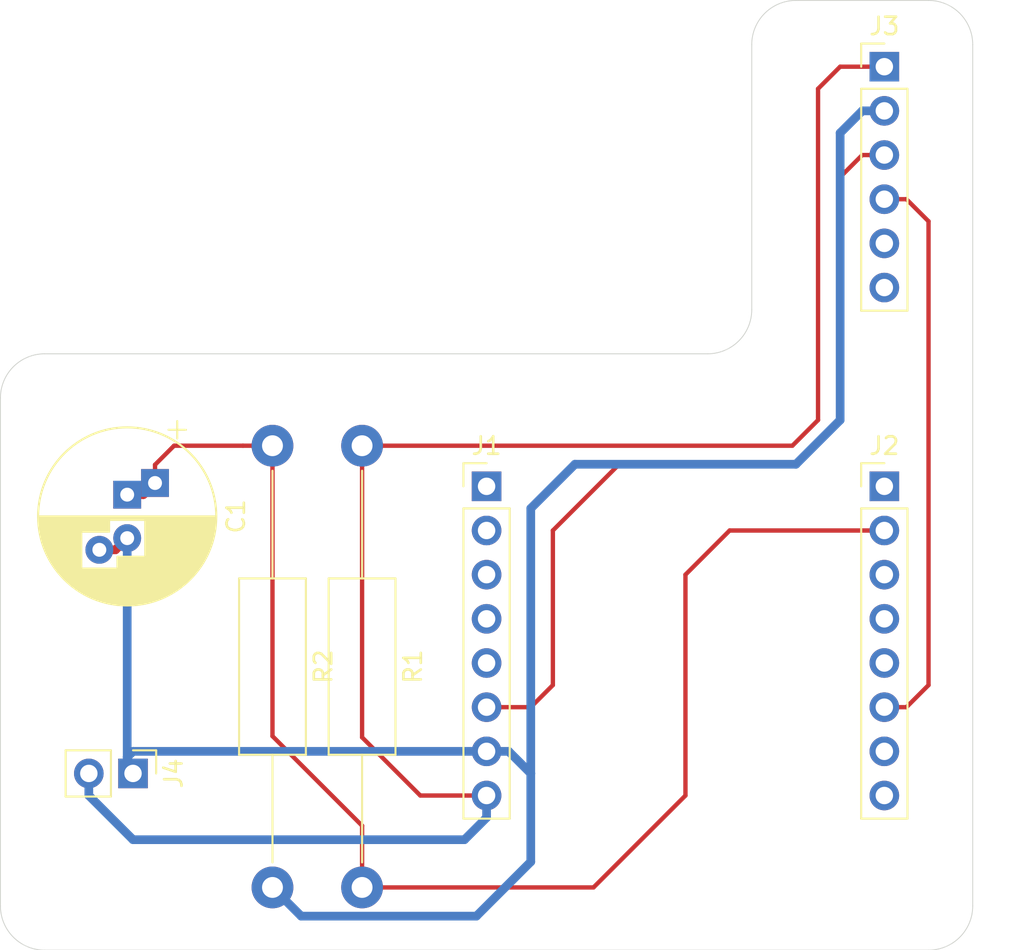
<source format=kicad_pcb>
(kicad_pcb (version 20171130) (host pcbnew 5.1.5+dfsg1-2build2)

  (general
    (thickness 1.6)
    (drawings 12)
    (tracks 62)
    (zones 0)
    (modules 7)
    (nets 19)
  )

  (page A4)
  (layers
    (0 F.Cu signal)
    (31 B.Cu signal)
    (32 B.Adhes user)
    (33 F.Adhes user)
    (34 B.Paste user)
    (35 F.Paste user)
    (36 B.SilkS user)
    (37 F.SilkS user)
    (38 B.Mask user)
    (39 F.Mask user)
    (40 Dwgs.User user)
    (41 Cmts.User user)
    (42 Eco1.User user)
    (43 Eco2.User user)
    (44 Edge.Cuts user)
    (45 Margin user)
    (46 B.CrtYd user)
    (47 F.CrtYd user)
    (48 B.Fab user)
    (49 F.Fab user)
  )

  (setup
    (last_trace_width 0.5)
    (user_trace_width 0.5)
    (trace_clearance 0.2)
    (zone_clearance 0.508)
    (zone_45_only no)
    (trace_min 0.2)
    (via_size 0.8)
    (via_drill 0.4)
    (via_min_size 0.4)
    (via_min_drill 0.3)
    (uvia_size 0.3)
    (uvia_drill 0.1)
    (uvias_allowed no)
    (uvia_min_size 0.2)
    (uvia_min_drill 0.1)
    (edge_width 0.05)
    (segment_width 0.2)
    (pcb_text_width 0.3)
    (pcb_text_size 1.5 1.5)
    (mod_edge_width 0.12)
    (mod_text_size 1 1)
    (mod_text_width 0.15)
    (pad_size 1.524 1.524)
    (pad_drill 0.762)
    (pad_to_mask_clearance 0.051)
    (solder_mask_min_width 0.25)
    (aux_axis_origin 0 0)
    (visible_elements FFFFFF7F)
    (pcbplotparams
      (layerselection 0x010fc_ffffffff)
      (usegerberextensions false)
      (usegerberattributes false)
      (usegerberadvancedattributes false)
      (creategerberjobfile false)
      (excludeedgelayer true)
      (linewidth 0.100000)
      (plotframeref false)
      (viasonmask false)
      (mode 1)
      (useauxorigin false)
      (hpglpennumber 1)
      (hpglpenspeed 20)
      (hpglpendiameter 15.000000)
      (psnegative false)
      (psa4output false)
      (plotreference true)
      (plotvalue true)
      (plotinvisibletext false)
      (padsonsilk false)
      (subtractmaskfromsilk false)
      (outputformat 1)
      (mirror false)
      (drillshape 1)
      (scaleselection 1)
      (outputdirectory ""))
  )

  (net 0 "")
  (net 1 /A0)
  (net 2 GND)
  (net 3 /WEMOS_TX)
  (net 4 /WEMOS_RX)
  (net 5 /D1)
  (net 6 /D2)
  (net 7 /D3)
  (net 8 /D4)
  (net 9 +5V)
  (net 10 /3v3)
  (net 11 /D8)
  (net 12 /D7)
  (net 13 /D6)
  (net 14 /D5)
  (net 15 /D0)
  (net 16 /RST)
  (net 17 /DTR)
  (net 18 /PWR)

  (net_class Default "This is the default net class."
    (clearance 0.2)
    (trace_width 0.25)
    (via_dia 0.8)
    (via_drill 0.4)
    (uvia_dia 0.3)
    (uvia_drill 0.1)
    (add_net +5V)
    (add_net /3v3)
    (add_net /A0)
    (add_net /D0)
    (add_net /D1)
    (add_net /D2)
    (add_net /D3)
    (add_net /D4)
    (add_net /D5)
    (add_net /D6)
    (add_net /D7)
    (add_net /D8)
    (add_net /DTR)
    (add_net /PWR)
    (add_net /RST)
    (add_net /WEMOS_RX)
    (add_net /WEMOS_TX)
    (add_net GND)
  )

  (module Capacitor_THT:CP_Radial_D10.0mm_P2.50mm_P5.00mm (layer F.Cu) (tedit 5AE50EF1) (tstamp 6270F355)
    (at 139.364999 71.599647 270)
    (descr "CP, Radial series, Radial, pin pitch=2.50mm 5.00mm, , diameter=10mm, Electrolytic Capacitor")
    (tags "CP Radial series Radial pin pitch 2.50mm 5.00mm  diameter 10mm Electrolytic Capacitor")
    (path /6254FB8A)
    (fp_text reference C1 (at 1.25 -6.25 90) (layer F.SilkS)
      (effects (font (size 1 1) (thickness 0.15)))
    )
    (fp_text value 1000uF (at 1.25 6.25 90) (layer F.Fab)
      (effects (font (size 1 1) (thickness 0.15)))
    )
    (fp_circle (center 1.25 0) (end 6.25 0) (layer F.Fab) (width 0.1))
    (fp_circle (center 1.25 0) (end 6.37 0) (layer F.SilkS) (width 0.12))
    (fp_circle (center 1.25 0) (end 6.5 0) (layer F.CrtYd) (width 0.05))
    (fp_line (start -3.038861 -2.1875) (end -2.038861 -2.1875) (layer F.Fab) (width 0.1))
    (fp_line (start -2.538861 -2.6875) (end -2.538861 -1.6875) (layer F.Fab) (width 0.1))
    (fp_line (start 1.25 -5.08) (end 1.25 5.08) (layer F.SilkS) (width 0.12))
    (fp_line (start 1.29 -5.08) (end 1.29 5.08) (layer F.SilkS) (width 0.12))
    (fp_line (start 1.33 -5.08) (end 1.33 5.08) (layer F.SilkS) (width 0.12))
    (fp_line (start 1.37 -5.079) (end 1.37 5.079) (layer F.SilkS) (width 0.12))
    (fp_line (start 1.41 -5.078) (end 1.41 5.078) (layer F.SilkS) (width 0.12))
    (fp_line (start 1.45 -5.077) (end 1.45 5.077) (layer F.SilkS) (width 0.12))
    (fp_line (start 1.49 -5.075) (end 1.49 -1.04) (layer F.SilkS) (width 0.12))
    (fp_line (start 1.49 1.04) (end 1.49 5.075) (layer F.SilkS) (width 0.12))
    (fp_line (start 1.53 -5.073) (end 1.53 -1.04) (layer F.SilkS) (width 0.12))
    (fp_line (start 1.53 1.04) (end 1.53 5.073) (layer F.SilkS) (width 0.12))
    (fp_line (start 1.57 -5.07) (end 1.57 -1.04) (layer F.SilkS) (width 0.12))
    (fp_line (start 1.57 1.04) (end 1.57 5.07) (layer F.SilkS) (width 0.12))
    (fp_line (start 1.61 -5.068) (end 1.61 -1.04) (layer F.SilkS) (width 0.12))
    (fp_line (start 1.61 1.04) (end 1.61 5.068) (layer F.SilkS) (width 0.12))
    (fp_line (start 1.65 -5.065) (end 1.65 -1.04) (layer F.SilkS) (width 0.12))
    (fp_line (start 1.65 1.04) (end 1.65 5.065) (layer F.SilkS) (width 0.12))
    (fp_line (start 1.69 -5.062) (end 1.69 -1.04) (layer F.SilkS) (width 0.12))
    (fp_line (start 1.69 1.04) (end 1.69 5.062) (layer F.SilkS) (width 0.12))
    (fp_line (start 1.73 -5.058) (end 1.73 -1.04) (layer F.SilkS) (width 0.12))
    (fp_line (start 1.73 1.04) (end 1.73 5.058) (layer F.SilkS) (width 0.12))
    (fp_line (start 1.77 -5.054) (end 1.77 -1.04) (layer F.SilkS) (width 0.12))
    (fp_line (start 1.77 1.04) (end 1.77 5.054) (layer F.SilkS) (width 0.12))
    (fp_line (start 1.81 -5.05) (end 1.81 -1.04) (layer F.SilkS) (width 0.12))
    (fp_line (start 1.81 1.04) (end 1.81 5.05) (layer F.SilkS) (width 0.12))
    (fp_line (start 1.85 -5.045) (end 1.85 -1.04) (layer F.SilkS) (width 0.12))
    (fp_line (start 1.85 1.04) (end 1.85 5.045) (layer F.SilkS) (width 0.12))
    (fp_line (start 1.89 -5.04) (end 1.89 -1.04) (layer F.SilkS) (width 0.12))
    (fp_line (start 1.89 1.04) (end 1.89 5.04) (layer F.SilkS) (width 0.12))
    (fp_line (start 1.93 -5.035) (end 1.93 -1.04) (layer F.SilkS) (width 0.12))
    (fp_line (start 1.93 1.04) (end 1.93 5.035) (layer F.SilkS) (width 0.12))
    (fp_line (start 1.971 -5.03) (end 1.971 -1.04) (layer F.SilkS) (width 0.12))
    (fp_line (start 1.971 1.04) (end 1.971 5.03) (layer F.SilkS) (width 0.12))
    (fp_line (start 2.011 -5.024) (end 2.011 -1.04) (layer F.SilkS) (width 0.12))
    (fp_line (start 2.011 1.04) (end 2.011 5.024) (layer F.SilkS) (width 0.12))
    (fp_line (start 2.051 -5.018) (end 2.051 -1.04) (layer F.SilkS) (width 0.12))
    (fp_line (start 2.051 1.04) (end 2.051 5.018) (layer F.SilkS) (width 0.12))
    (fp_line (start 2.091 -5.011) (end 2.091 -1.04) (layer F.SilkS) (width 0.12))
    (fp_line (start 2.091 1.04) (end 2.091 5.011) (layer F.SilkS) (width 0.12))
    (fp_line (start 2.131 -5.004) (end 2.131 -1.04) (layer F.SilkS) (width 0.12))
    (fp_line (start 2.131 1.04) (end 2.131 5.004) (layer F.SilkS) (width 0.12))
    (fp_line (start 2.171 -4.997) (end 2.171 -1.04) (layer F.SilkS) (width 0.12))
    (fp_line (start 2.171 2.64) (end 2.171 4.997) (layer F.SilkS) (width 0.12))
    (fp_line (start 2.211 -4.99) (end 2.211 -1.04) (layer F.SilkS) (width 0.12))
    (fp_line (start 2.211 2.64) (end 2.211 4.99) (layer F.SilkS) (width 0.12))
    (fp_line (start 2.251 -4.982) (end 2.251 -1.04) (layer F.SilkS) (width 0.12))
    (fp_line (start 2.251 2.64) (end 2.251 4.982) (layer F.SilkS) (width 0.12))
    (fp_line (start 2.291 -4.974) (end 2.291 -1.04) (layer F.SilkS) (width 0.12))
    (fp_line (start 2.291 2.64) (end 2.291 4.974) (layer F.SilkS) (width 0.12))
    (fp_line (start 2.331 -4.965) (end 2.331 -1.04) (layer F.SilkS) (width 0.12))
    (fp_line (start 2.331 2.64) (end 2.331 4.965) (layer F.SilkS) (width 0.12))
    (fp_line (start 2.371 -4.956) (end 2.371 -1.04) (layer F.SilkS) (width 0.12))
    (fp_line (start 2.371 2.64) (end 2.371 4.956) (layer F.SilkS) (width 0.12))
    (fp_line (start 2.411 -4.947) (end 2.411 -1.04) (layer F.SilkS) (width 0.12))
    (fp_line (start 2.411 2.64) (end 2.411 4.947) (layer F.SilkS) (width 0.12))
    (fp_line (start 2.451 -4.938) (end 2.451 -1.04) (layer F.SilkS) (width 0.12))
    (fp_line (start 2.451 2.64) (end 2.451 4.938) (layer F.SilkS) (width 0.12))
    (fp_line (start 2.491 -4.928) (end 2.491 -1.04) (layer F.SilkS) (width 0.12))
    (fp_line (start 2.491 2.64) (end 2.491 4.928) (layer F.SilkS) (width 0.12))
    (fp_line (start 2.531 -4.918) (end 2.531 -1.04) (layer F.SilkS) (width 0.12))
    (fp_line (start 2.531 2.64) (end 2.531 4.918) (layer F.SilkS) (width 0.12))
    (fp_line (start 2.571 -4.907) (end 2.571 -1.04) (layer F.SilkS) (width 0.12))
    (fp_line (start 2.571 2.64) (end 2.571 4.907) (layer F.SilkS) (width 0.12))
    (fp_line (start 2.611 -4.897) (end 2.611 -1.04) (layer F.SilkS) (width 0.12))
    (fp_line (start 2.611 2.64) (end 2.611 4.897) (layer F.SilkS) (width 0.12))
    (fp_line (start 2.651 -4.885) (end 2.651 -1.04) (layer F.SilkS) (width 0.12))
    (fp_line (start 2.651 2.64) (end 2.651 4.885) (layer F.SilkS) (width 0.12))
    (fp_line (start 2.691 -4.874) (end 2.691 -1.04) (layer F.SilkS) (width 0.12))
    (fp_line (start 2.691 2.64) (end 2.691 4.874) (layer F.SilkS) (width 0.12))
    (fp_line (start 2.731 -4.862) (end 2.731 -1.04) (layer F.SilkS) (width 0.12))
    (fp_line (start 2.731 2.64) (end 2.731 4.862) (layer F.SilkS) (width 0.12))
    (fp_line (start 2.771 -4.85) (end 2.771 -1.04) (layer F.SilkS) (width 0.12))
    (fp_line (start 2.771 2.64) (end 2.771 4.85) (layer F.SilkS) (width 0.12))
    (fp_line (start 2.811 -4.837) (end 2.811 -1.04) (layer F.SilkS) (width 0.12))
    (fp_line (start 2.811 2.64) (end 2.811 4.837) (layer F.SilkS) (width 0.12))
    (fp_line (start 2.851 -4.824) (end 2.851 -1.04) (layer F.SilkS) (width 0.12))
    (fp_line (start 2.851 2.64) (end 2.851 4.824) (layer F.SilkS) (width 0.12))
    (fp_line (start 2.891 -4.811) (end 2.891 -1.04) (layer F.SilkS) (width 0.12))
    (fp_line (start 2.891 2.64) (end 2.891 4.811) (layer F.SilkS) (width 0.12))
    (fp_line (start 2.931 -4.797) (end 2.931 -1.04) (layer F.SilkS) (width 0.12))
    (fp_line (start 2.931 2.64) (end 2.931 4.797) (layer F.SilkS) (width 0.12))
    (fp_line (start 2.971 -4.783) (end 2.971 -1.04) (layer F.SilkS) (width 0.12))
    (fp_line (start 2.971 2.64) (end 2.971 4.783) (layer F.SilkS) (width 0.12))
    (fp_line (start 3.011 -4.768) (end 3.011 -1.04) (layer F.SilkS) (width 0.12))
    (fp_line (start 3.011 2.64) (end 3.011 4.768) (layer F.SilkS) (width 0.12))
    (fp_line (start 3.051 -4.754) (end 3.051 -1.04) (layer F.SilkS) (width 0.12))
    (fp_line (start 3.051 2.64) (end 3.051 4.754) (layer F.SilkS) (width 0.12))
    (fp_line (start 3.091 -4.738) (end 3.091 -1.04) (layer F.SilkS) (width 0.12))
    (fp_line (start 3.091 2.64) (end 3.091 4.738) (layer F.SilkS) (width 0.12))
    (fp_line (start 3.131 -4.723) (end 3.131 -1.04) (layer F.SilkS) (width 0.12))
    (fp_line (start 3.131 2.64) (end 3.131 4.723) (layer F.SilkS) (width 0.12))
    (fp_line (start 3.171 -4.707) (end 3.171 -1.04) (layer F.SilkS) (width 0.12))
    (fp_line (start 3.171 2.64) (end 3.171 4.707) (layer F.SilkS) (width 0.12))
    (fp_line (start 3.211 -4.69) (end 3.211 -1.04) (layer F.SilkS) (width 0.12))
    (fp_line (start 3.211 2.64) (end 3.211 4.69) (layer F.SilkS) (width 0.12))
    (fp_line (start 3.251 -4.674) (end 3.251 -1.04) (layer F.SilkS) (width 0.12))
    (fp_line (start 3.251 2.64) (end 3.251 4.674) (layer F.SilkS) (width 0.12))
    (fp_line (start 3.291 -4.657) (end 3.291 -1.04) (layer F.SilkS) (width 0.12))
    (fp_line (start 3.291 2.64) (end 3.291 4.657) (layer F.SilkS) (width 0.12))
    (fp_line (start 3.331 -4.639) (end 3.331 -1.04) (layer F.SilkS) (width 0.12))
    (fp_line (start 3.331 2.64) (end 3.331 4.639) (layer F.SilkS) (width 0.12))
    (fp_line (start 3.371 -4.621) (end 3.371 -1.04) (layer F.SilkS) (width 0.12))
    (fp_line (start 3.371 2.64) (end 3.371 4.621) (layer F.SilkS) (width 0.12))
    (fp_line (start 3.411 -4.603) (end 3.411 -1.04) (layer F.SilkS) (width 0.12))
    (fp_line (start 3.411 2.64) (end 3.411 4.603) (layer F.SilkS) (width 0.12))
    (fp_line (start 3.451 -4.584) (end 3.451 -1.04) (layer F.SilkS) (width 0.12))
    (fp_line (start 3.451 2.64) (end 3.451 4.584) (layer F.SilkS) (width 0.12))
    (fp_line (start 3.491 -4.564) (end 3.491 -1.04) (layer F.SilkS) (width 0.12))
    (fp_line (start 3.491 2.64) (end 3.491 4.564) (layer F.SilkS) (width 0.12))
    (fp_line (start 3.531 -4.545) (end 3.531 -1.04) (layer F.SilkS) (width 0.12))
    (fp_line (start 3.531 2.64) (end 3.531 4.545) (layer F.SilkS) (width 0.12))
    (fp_line (start 3.571 -4.525) (end 3.571 0.56) (layer F.SilkS) (width 0.12))
    (fp_line (start 3.571 2.64) (end 3.571 4.525) (layer F.SilkS) (width 0.12))
    (fp_line (start 3.611 -4.504) (end 3.611 0.56) (layer F.SilkS) (width 0.12))
    (fp_line (start 3.611 2.64) (end 3.611 4.504) (layer F.SilkS) (width 0.12))
    (fp_line (start 3.651 -4.483) (end 3.651 0.56) (layer F.SilkS) (width 0.12))
    (fp_line (start 3.651 2.64) (end 3.651 4.483) (layer F.SilkS) (width 0.12))
    (fp_line (start 3.691 -4.462) (end 3.691 0.56) (layer F.SilkS) (width 0.12))
    (fp_line (start 3.691 2.64) (end 3.691 4.462) (layer F.SilkS) (width 0.12))
    (fp_line (start 3.731 -4.44) (end 3.731 0.56) (layer F.SilkS) (width 0.12))
    (fp_line (start 3.731 2.64) (end 3.731 4.44) (layer F.SilkS) (width 0.12))
    (fp_line (start 3.771 -4.417) (end 3.771 0.56) (layer F.SilkS) (width 0.12))
    (fp_line (start 3.771 2.64) (end 3.771 4.417) (layer F.SilkS) (width 0.12))
    (fp_line (start 3.811 -4.395) (end 3.811 0.56) (layer F.SilkS) (width 0.12))
    (fp_line (start 3.811 2.64) (end 3.811 4.395) (layer F.SilkS) (width 0.12))
    (fp_line (start 3.851 -4.371) (end 3.851 0.56) (layer F.SilkS) (width 0.12))
    (fp_line (start 3.851 2.64) (end 3.851 4.371) (layer F.SilkS) (width 0.12))
    (fp_line (start 3.891 -4.347) (end 3.891 0.56) (layer F.SilkS) (width 0.12))
    (fp_line (start 3.891 2.64) (end 3.891 4.347) (layer F.SilkS) (width 0.12))
    (fp_line (start 3.931 -4.323) (end 3.931 0.56) (layer F.SilkS) (width 0.12))
    (fp_line (start 3.931 2.64) (end 3.931 4.323) (layer F.SilkS) (width 0.12))
    (fp_line (start 3.971 -4.298) (end 3.971 0.56) (layer F.SilkS) (width 0.12))
    (fp_line (start 3.971 2.64) (end 3.971 4.298) (layer F.SilkS) (width 0.12))
    (fp_line (start 4.011 -4.273) (end 4.011 0.56) (layer F.SilkS) (width 0.12))
    (fp_line (start 4.011 2.64) (end 4.011 4.273) (layer F.SilkS) (width 0.12))
    (fp_line (start 4.051 -4.247) (end 4.051 0.56) (layer F.SilkS) (width 0.12))
    (fp_line (start 4.051 2.64) (end 4.051 4.247) (layer F.SilkS) (width 0.12))
    (fp_line (start 4.091 -4.221) (end 4.091 0.56) (layer F.SilkS) (width 0.12))
    (fp_line (start 4.091 2.64) (end 4.091 4.221) (layer F.SilkS) (width 0.12))
    (fp_line (start 4.131 -4.194) (end 4.131 0.56) (layer F.SilkS) (width 0.12))
    (fp_line (start 4.131 2.64) (end 4.131 4.194) (layer F.SilkS) (width 0.12))
    (fp_line (start 4.171 -4.166) (end 4.171 0.56) (layer F.SilkS) (width 0.12))
    (fp_line (start 4.171 2.64) (end 4.171 4.166) (layer F.SilkS) (width 0.12))
    (fp_line (start 4.211 -4.138) (end 4.211 0.56) (layer F.SilkS) (width 0.12))
    (fp_line (start 4.211 2.64) (end 4.211 4.138) (layer F.SilkS) (width 0.12))
    (fp_line (start 4.251 -4.11) (end 4.251 4.11) (layer F.SilkS) (width 0.12))
    (fp_line (start 4.291 -4.08) (end 4.291 4.08) (layer F.SilkS) (width 0.12))
    (fp_line (start 4.331 -4.05) (end 4.331 4.05) (layer F.SilkS) (width 0.12))
    (fp_line (start 4.371 -4.02) (end 4.371 4.02) (layer F.SilkS) (width 0.12))
    (fp_line (start 4.411 -3.989) (end 4.411 3.989) (layer F.SilkS) (width 0.12))
    (fp_line (start 4.451 -3.957) (end 4.451 3.957) (layer F.SilkS) (width 0.12))
    (fp_line (start 4.491 -3.925) (end 4.491 3.925) (layer F.SilkS) (width 0.12))
    (fp_line (start 4.531 -3.892) (end 4.531 3.892) (layer F.SilkS) (width 0.12))
    (fp_line (start 4.571 -3.858) (end 4.571 3.858) (layer F.SilkS) (width 0.12))
    (fp_line (start 4.611 -3.824) (end 4.611 3.824) (layer F.SilkS) (width 0.12))
    (fp_line (start 4.651 -3.789) (end 4.651 3.789) (layer F.SilkS) (width 0.12))
    (fp_line (start 4.691 -3.753) (end 4.691 3.753) (layer F.SilkS) (width 0.12))
    (fp_line (start 4.731 -3.716) (end 4.731 3.716) (layer F.SilkS) (width 0.12))
    (fp_line (start 4.771 -3.679) (end 4.771 3.679) (layer F.SilkS) (width 0.12))
    (fp_line (start 4.811 -3.64) (end 4.811 3.64) (layer F.SilkS) (width 0.12))
    (fp_line (start 4.851 -3.601) (end 4.851 3.601) (layer F.SilkS) (width 0.12))
    (fp_line (start 4.891 -3.561) (end 4.891 3.561) (layer F.SilkS) (width 0.12))
    (fp_line (start 4.931 -3.52) (end 4.931 3.52) (layer F.SilkS) (width 0.12))
    (fp_line (start 4.971 -3.478) (end 4.971 3.478) (layer F.SilkS) (width 0.12))
    (fp_line (start 5.011 -3.436) (end 5.011 3.436) (layer F.SilkS) (width 0.12))
    (fp_line (start 5.051 -3.392) (end 5.051 3.392) (layer F.SilkS) (width 0.12))
    (fp_line (start 5.091 -3.347) (end 5.091 3.347) (layer F.SilkS) (width 0.12))
    (fp_line (start 5.131 -3.301) (end 5.131 3.301) (layer F.SilkS) (width 0.12))
    (fp_line (start 5.171 -3.254) (end 5.171 3.254) (layer F.SilkS) (width 0.12))
    (fp_line (start 5.211 -3.206) (end 5.211 3.206) (layer F.SilkS) (width 0.12))
    (fp_line (start 5.251 -3.156) (end 5.251 3.156) (layer F.SilkS) (width 0.12))
    (fp_line (start 5.291 -3.106) (end 5.291 3.106) (layer F.SilkS) (width 0.12))
    (fp_line (start 5.331 -3.054) (end 5.331 3.054) (layer F.SilkS) (width 0.12))
    (fp_line (start 5.371 -3) (end 5.371 3) (layer F.SilkS) (width 0.12))
    (fp_line (start 5.411 -2.945) (end 5.411 2.945) (layer F.SilkS) (width 0.12))
    (fp_line (start 5.451 -2.889) (end 5.451 2.889) (layer F.SilkS) (width 0.12))
    (fp_line (start 5.491 -2.83) (end 5.491 2.83) (layer F.SilkS) (width 0.12))
    (fp_line (start 5.531 -2.77) (end 5.531 2.77) (layer F.SilkS) (width 0.12))
    (fp_line (start 5.571 -2.709) (end 5.571 2.709) (layer F.SilkS) (width 0.12))
    (fp_line (start 5.611 -2.645) (end 5.611 2.645) (layer F.SilkS) (width 0.12))
    (fp_line (start 5.651 -2.579) (end 5.651 2.579) (layer F.SilkS) (width 0.12))
    (fp_line (start 5.691 -2.51) (end 5.691 2.51) (layer F.SilkS) (width 0.12))
    (fp_line (start 5.731 -2.439) (end 5.731 2.439) (layer F.SilkS) (width 0.12))
    (fp_line (start 5.771 -2.365) (end 5.771 2.365) (layer F.SilkS) (width 0.12))
    (fp_line (start 5.811 -2.289) (end 5.811 2.289) (layer F.SilkS) (width 0.12))
    (fp_line (start 5.851 -2.209) (end 5.851 2.209) (layer F.SilkS) (width 0.12))
    (fp_line (start 5.891 -2.125) (end 5.891 2.125) (layer F.SilkS) (width 0.12))
    (fp_line (start 5.931 -2.037) (end 5.931 2.037) (layer F.SilkS) (width 0.12))
    (fp_line (start 5.971 -1.944) (end 5.971 1.944) (layer F.SilkS) (width 0.12))
    (fp_line (start 6.011 -1.846) (end 6.011 1.846) (layer F.SilkS) (width 0.12))
    (fp_line (start 6.051 -1.742) (end 6.051 1.742) (layer F.SilkS) (width 0.12))
    (fp_line (start 6.091 -1.63) (end 6.091 1.63) (layer F.SilkS) (width 0.12))
    (fp_line (start 6.131 -1.51) (end 6.131 1.51) (layer F.SilkS) (width 0.12))
    (fp_line (start 6.171 -1.378) (end 6.171 1.378) (layer F.SilkS) (width 0.12))
    (fp_line (start 6.211 -1.23) (end 6.211 1.23) (layer F.SilkS) (width 0.12))
    (fp_line (start 6.251 -1.062) (end 6.251 1.062) (layer F.SilkS) (width 0.12))
    (fp_line (start 6.291 -0.862) (end 6.291 0.862) (layer F.SilkS) (width 0.12))
    (fp_line (start 6.331 -0.599) (end 6.331 0.599) (layer F.SilkS) (width 0.12))
    (fp_line (start -4.229646 -2.875) (end -3.229646 -2.875) (layer F.SilkS) (width 0.12))
    (fp_line (start -3.729646 -3.375) (end -3.729646 -2.375) (layer F.SilkS) (width 0.12))
    (fp_text user %R (at 1.25 0 90) (layer F.Fab)
      (effects (font (size 1 1) (thickness 0.15)))
    )
    (pad 1 thru_hole rect (at 0 0 270) (size 1.6 1.6) (drill 0.8) (layers *.Cu *.Mask)
      (net 1 /A0))
    (pad 2 thru_hole circle (at 2.5 0 270) (size 1.6 1.6) (drill 0.8) (layers *.Cu *.Mask)
      (net 2 GND))
    (pad 1 thru_hole rect (at -0.670937 -1.6 270) (size 1.6 1.6) (drill 0.8) (layers *.Cu *.Mask)
      (net 1 /A0))
    (pad 2 thru_hole circle (at 3.170937 1.6 270) (size 1.6 1.6) (drill 0.8) (layers *.Cu *.Mask)
      (net 2 GND))
    (model ${KISYS3DMOD}/Capacitor_THT.3dshapes/CP_Radial_D10.0mm_P2.50mm_P5.00mm.wrl
      (at (xyz 0 0 0))
      (scale (xyz 1 1 1))
      (rotate (xyz 0 0 0))
    )
  )

  (module Connector_PinHeader_2.54mm:PinHeader_1x08_P2.54mm_Vertical (layer F.Cu) (tedit 59FED5CC) (tstamp 6270F371)
    (at 160.02 71.12)
    (descr "Through hole straight pin header, 1x08, 2.54mm pitch, single row")
    (tags "Through hole pin header THT 1x08 2.54mm single row")
    (path /62540855)
    (fp_text reference J1 (at 0 -2.33) (layer F.SilkS)
      (effects (font (size 1 1) (thickness 0.15)))
    )
    (fp_text value "WEMOS D1_1" (at 0 20.11) (layer F.Fab)
      (effects (font (size 1 1) (thickness 0.15)))
    )
    (fp_line (start -0.635 -1.27) (end 1.27 -1.27) (layer F.Fab) (width 0.1))
    (fp_line (start 1.27 -1.27) (end 1.27 19.05) (layer F.Fab) (width 0.1))
    (fp_line (start 1.27 19.05) (end -1.27 19.05) (layer F.Fab) (width 0.1))
    (fp_line (start -1.27 19.05) (end -1.27 -0.635) (layer F.Fab) (width 0.1))
    (fp_line (start -1.27 -0.635) (end -0.635 -1.27) (layer F.Fab) (width 0.1))
    (fp_line (start -1.33 19.11) (end 1.33 19.11) (layer F.SilkS) (width 0.12))
    (fp_line (start -1.33 1.27) (end -1.33 19.11) (layer F.SilkS) (width 0.12))
    (fp_line (start 1.33 1.27) (end 1.33 19.11) (layer F.SilkS) (width 0.12))
    (fp_line (start -1.33 1.27) (end 1.33 1.27) (layer F.SilkS) (width 0.12))
    (fp_line (start -1.33 0) (end -1.33 -1.33) (layer F.SilkS) (width 0.12))
    (fp_line (start -1.33 -1.33) (end 0 -1.33) (layer F.SilkS) (width 0.12))
    (fp_line (start -1.8 -1.8) (end -1.8 19.55) (layer F.CrtYd) (width 0.05))
    (fp_line (start -1.8 19.55) (end 1.8 19.55) (layer F.CrtYd) (width 0.05))
    (fp_line (start 1.8 19.55) (end 1.8 -1.8) (layer F.CrtYd) (width 0.05))
    (fp_line (start 1.8 -1.8) (end -1.8 -1.8) (layer F.CrtYd) (width 0.05))
    (fp_text user %R (at 0 8.89 90) (layer F.Fab)
      (effects (font (size 1 1) (thickness 0.15)))
    )
    (pad 1 thru_hole rect (at 0 0) (size 1.7 1.7) (drill 1) (layers *.Cu *.Mask)
      (net 3 /WEMOS_TX))
    (pad 2 thru_hole oval (at 0 2.54) (size 1.7 1.7) (drill 1) (layers *.Cu *.Mask)
      (net 4 /WEMOS_RX))
    (pad 3 thru_hole oval (at 0 5.08) (size 1.7 1.7) (drill 1) (layers *.Cu *.Mask)
      (net 5 /D1))
    (pad 4 thru_hole oval (at 0 7.62) (size 1.7 1.7) (drill 1) (layers *.Cu *.Mask)
      (net 6 /D2))
    (pad 5 thru_hole oval (at 0 10.16) (size 1.7 1.7) (drill 1) (layers *.Cu *.Mask)
      (net 7 /D3))
    (pad 6 thru_hole oval (at 0 12.7) (size 1.7 1.7) (drill 1) (layers *.Cu *.Mask)
      (net 8 /D4))
    (pad 7 thru_hole oval (at 0 15.24) (size 1.7 1.7) (drill 1) (layers *.Cu *.Mask)
      (net 2 GND))
    (pad 8 thru_hole oval (at 0 17.78) (size 1.7 1.7) (drill 1) (layers *.Cu *.Mask)
      (net 9 +5V))
    (model ${KISYS3DMOD}/Connector_PinHeader_2.54mm.3dshapes/PinHeader_1x08_P2.54mm_Vertical.wrl
      (at (xyz 0 0 0))
      (scale (xyz 1 1 1))
      (rotate (xyz 0 0 0))
    )
  )

  (module Connector_PinHeader_2.54mm:PinHeader_1x08_P2.54mm_Vertical (layer F.Cu) (tedit 59FED5CC) (tstamp 6270F38D)
    (at 182.88 71.12)
    (descr "Through hole straight pin header, 1x08, 2.54mm pitch, single row")
    (tags "Through hole pin header THT 1x08 2.54mm single row")
    (path /62541247)
    (fp_text reference J2 (at 0 -2.33) (layer F.SilkS)
      (effects (font (size 1 1) (thickness 0.15)))
    )
    (fp_text value "WEMOS D1_2" (at 0 20.11) (layer F.Fab)
      (effects (font (size 1 1) (thickness 0.15)))
    )
    (fp_text user %R (at 0 8.89 90) (layer F.Fab)
      (effects (font (size 1 1) (thickness 0.15)))
    )
    (fp_line (start 1.8 -1.8) (end -1.8 -1.8) (layer F.CrtYd) (width 0.05))
    (fp_line (start 1.8 19.55) (end 1.8 -1.8) (layer F.CrtYd) (width 0.05))
    (fp_line (start -1.8 19.55) (end 1.8 19.55) (layer F.CrtYd) (width 0.05))
    (fp_line (start -1.8 -1.8) (end -1.8 19.55) (layer F.CrtYd) (width 0.05))
    (fp_line (start -1.33 -1.33) (end 0 -1.33) (layer F.SilkS) (width 0.12))
    (fp_line (start -1.33 0) (end -1.33 -1.33) (layer F.SilkS) (width 0.12))
    (fp_line (start -1.33 1.27) (end 1.33 1.27) (layer F.SilkS) (width 0.12))
    (fp_line (start 1.33 1.27) (end 1.33 19.11) (layer F.SilkS) (width 0.12))
    (fp_line (start -1.33 1.27) (end -1.33 19.11) (layer F.SilkS) (width 0.12))
    (fp_line (start -1.33 19.11) (end 1.33 19.11) (layer F.SilkS) (width 0.12))
    (fp_line (start -1.27 -0.635) (end -0.635 -1.27) (layer F.Fab) (width 0.1))
    (fp_line (start -1.27 19.05) (end -1.27 -0.635) (layer F.Fab) (width 0.1))
    (fp_line (start 1.27 19.05) (end -1.27 19.05) (layer F.Fab) (width 0.1))
    (fp_line (start 1.27 -1.27) (end 1.27 19.05) (layer F.Fab) (width 0.1))
    (fp_line (start -0.635 -1.27) (end 1.27 -1.27) (layer F.Fab) (width 0.1))
    (pad 8 thru_hole oval (at 0 17.78) (size 1.7 1.7) (drill 1) (layers *.Cu *.Mask)
      (net 10 /3v3))
    (pad 7 thru_hole oval (at 0 15.24) (size 1.7 1.7) (drill 1) (layers *.Cu *.Mask)
      (net 11 /D8))
    (pad 6 thru_hole oval (at 0 12.7) (size 1.7 1.7) (drill 1) (layers *.Cu *.Mask)
      (net 12 /D7))
    (pad 5 thru_hole oval (at 0 10.16) (size 1.7 1.7) (drill 1) (layers *.Cu *.Mask)
      (net 13 /D6))
    (pad 4 thru_hole oval (at 0 7.62) (size 1.7 1.7) (drill 1) (layers *.Cu *.Mask)
      (net 14 /D5))
    (pad 3 thru_hole oval (at 0 5.08) (size 1.7 1.7) (drill 1) (layers *.Cu *.Mask)
      (net 15 /D0))
    (pad 2 thru_hole oval (at 0 2.54) (size 1.7 1.7) (drill 1) (layers *.Cu *.Mask)
      (net 1 /A0))
    (pad 1 thru_hole rect (at 0 0) (size 1.7 1.7) (drill 1) (layers *.Cu *.Mask)
      (net 16 /RST))
    (model ${KISYS3DMOD}/Connector_PinHeader_2.54mm.3dshapes/PinHeader_1x08_P2.54mm_Vertical.wrl
      (at (xyz 0 0 0))
      (scale (xyz 1 1 1))
      (rotate (xyz 0 0 0))
    )
  )

  (module Connector_PinHeader_2.54mm:PinHeader_1x06_P2.54mm_Vertical (layer F.Cu) (tedit 59FED5CC) (tstamp 6270F3A7)
    (at 182.88 46.99)
    (descr "Through hole straight pin header, 1x06, 2.54mm pitch, single row")
    (tags "Through hole pin header THT 1x06 2.54mm single row")
    (path /625441BF)
    (fp_text reference J3 (at 0 -2.33) (layer F.SilkS)
      (effects (font (size 1 1) (thickness 0.15)))
    )
    (fp_text value "Waveshare SIM7000E" (at 0 15.03) (layer F.Fab)
      (effects (font (size 1 1) (thickness 0.15)))
    )
    (fp_line (start -0.635 -1.27) (end 1.27 -1.27) (layer F.Fab) (width 0.1))
    (fp_line (start 1.27 -1.27) (end 1.27 13.97) (layer F.Fab) (width 0.1))
    (fp_line (start 1.27 13.97) (end -1.27 13.97) (layer F.Fab) (width 0.1))
    (fp_line (start -1.27 13.97) (end -1.27 -0.635) (layer F.Fab) (width 0.1))
    (fp_line (start -1.27 -0.635) (end -0.635 -1.27) (layer F.Fab) (width 0.1))
    (fp_line (start -1.33 14.03) (end 1.33 14.03) (layer F.SilkS) (width 0.12))
    (fp_line (start -1.33 1.27) (end -1.33 14.03) (layer F.SilkS) (width 0.12))
    (fp_line (start 1.33 1.27) (end 1.33 14.03) (layer F.SilkS) (width 0.12))
    (fp_line (start -1.33 1.27) (end 1.33 1.27) (layer F.SilkS) (width 0.12))
    (fp_line (start -1.33 0) (end -1.33 -1.33) (layer F.SilkS) (width 0.12))
    (fp_line (start -1.33 -1.33) (end 0 -1.33) (layer F.SilkS) (width 0.12))
    (fp_line (start -1.8 -1.8) (end -1.8 14.5) (layer F.CrtYd) (width 0.05))
    (fp_line (start -1.8 14.5) (end 1.8 14.5) (layer F.CrtYd) (width 0.05))
    (fp_line (start 1.8 14.5) (end 1.8 -1.8) (layer F.CrtYd) (width 0.05))
    (fp_line (start 1.8 -1.8) (end -1.8 -1.8) (layer F.CrtYd) (width 0.05))
    (fp_text user %R (at 0 6.35 90) (layer F.Fab)
      (effects (font (size 1 1) (thickness 0.15)))
    )
    (pad 1 thru_hole rect (at 0 0) (size 1.7 1.7) (drill 1) (layers *.Cu *.Mask)
      (net 9 +5V))
    (pad 2 thru_hole oval (at 0 2.54) (size 1.7 1.7) (drill 1) (layers *.Cu *.Mask)
      (net 2 GND))
    (pad 3 thru_hole oval (at 0 5.08) (size 1.7 1.7) (drill 1) (layers *.Cu *.Mask)
      (net 8 /D4))
    (pad 4 thru_hole oval (at 0 7.62) (size 1.7 1.7) (drill 1) (layers *.Cu *.Mask)
      (net 12 /D7))
    (pad 5 thru_hole oval (at 0 10.16) (size 1.7 1.7) (drill 1) (layers *.Cu *.Mask)
      (net 17 /DTR))
    (pad 6 thru_hole oval (at 0 12.7) (size 1.7 1.7) (drill 1) (layers *.Cu *.Mask)
      (net 18 /PWR))
    (model ${KISYS3DMOD}/Connector_PinHeader_2.54mm.3dshapes/PinHeader_1x06_P2.54mm_Vertical.wrl
      (at (xyz 0 0 0))
      (scale (xyz 1 1 1))
      (rotate (xyz 0 0 0))
    )
  )

  (module Connector_PinHeader_2.54mm:PinHeader_1x02_P2.54mm_Vertical (layer F.Cu) (tedit 59FED5CC) (tstamp 6270F84F)
    (at 139.7 87.63 270)
    (descr "Through hole straight pin header, 1x02, 2.54mm pitch, single row")
    (tags "Through hole pin header THT 1x02 2.54mm single row")
    (path /6271BF24)
    (fp_text reference J4 (at 0 -2.33 90) (layer F.SilkS)
      (effects (font (size 1 1) (thickness 0.15)))
    )
    (fp_text value "PWR Connector" (at 0 4.87 90) (layer F.Fab)
      (effects (font (size 1 1) (thickness 0.15)))
    )
    (fp_line (start -0.635 -1.27) (end 1.27 -1.27) (layer F.Fab) (width 0.1))
    (fp_line (start 1.27 -1.27) (end 1.27 3.81) (layer F.Fab) (width 0.1))
    (fp_line (start 1.27 3.81) (end -1.27 3.81) (layer F.Fab) (width 0.1))
    (fp_line (start -1.27 3.81) (end -1.27 -0.635) (layer F.Fab) (width 0.1))
    (fp_line (start -1.27 -0.635) (end -0.635 -1.27) (layer F.Fab) (width 0.1))
    (fp_line (start -1.33 3.87) (end 1.33 3.87) (layer F.SilkS) (width 0.12))
    (fp_line (start -1.33 1.27) (end -1.33 3.87) (layer F.SilkS) (width 0.12))
    (fp_line (start 1.33 1.27) (end 1.33 3.87) (layer F.SilkS) (width 0.12))
    (fp_line (start -1.33 1.27) (end 1.33 1.27) (layer F.SilkS) (width 0.12))
    (fp_line (start -1.33 0) (end -1.33 -1.33) (layer F.SilkS) (width 0.12))
    (fp_line (start -1.33 -1.33) (end 0 -1.33) (layer F.SilkS) (width 0.12))
    (fp_line (start -1.8 -1.8) (end -1.8 4.35) (layer F.CrtYd) (width 0.05))
    (fp_line (start -1.8 4.35) (end 1.8 4.35) (layer F.CrtYd) (width 0.05))
    (fp_line (start 1.8 4.35) (end 1.8 -1.8) (layer F.CrtYd) (width 0.05))
    (fp_line (start 1.8 -1.8) (end -1.8 -1.8) (layer F.CrtYd) (width 0.05))
    (fp_text user %R (at 0 1.27) (layer F.Fab)
      (effects (font (size 1 1) (thickness 0.15)))
    )
    (pad 1 thru_hole rect (at 0 0 270) (size 1.7 1.7) (drill 1) (layers *.Cu *.Mask)
      (net 2 GND))
    (pad 2 thru_hole oval (at 0 2.54 270) (size 1.7 1.7) (drill 1) (layers *.Cu *.Mask)
      (net 9 +5V))
    (model ${KISYS3DMOD}/Connector_PinHeader_2.54mm.3dshapes/PinHeader_1x02_P2.54mm_Vertical.wrl
      (at (xyz 0 0 0))
      (scale (xyz 1 1 1))
      (rotate (xyz 0 0 0))
    )
  )

  (module Resistor_THT:R_Axial_DIN0411_L9.9mm_D3.6mm_P25.40mm_Horizontal (layer F.Cu) (tedit 5AE5139B) (tstamp 6270F3D4)
    (at 152.864999 68.785001 270)
    (descr "Resistor, Axial_DIN0411 series, Axial, Horizontal, pin pitch=25.4mm, 1W, length*diameter=9.9*3.6mm^2")
    (tags "Resistor Axial_DIN0411 series Axial Horizontal pin pitch 25.4mm 1W length 9.9mm diameter 3.6mm")
    (path /6254F066)
    (fp_text reference R1 (at 12.7 -2.92 90) (layer F.SilkS)
      (effects (font (size 1 1) (thickness 0.15)))
    )
    (fp_text value 2k2 (at 12.7 2.92 90) (layer F.Fab)
      (effects (font (size 1 1) (thickness 0.15)))
    )
    (fp_line (start 7.75 -1.8) (end 7.75 1.8) (layer F.Fab) (width 0.1))
    (fp_line (start 7.75 1.8) (end 17.65 1.8) (layer F.Fab) (width 0.1))
    (fp_line (start 17.65 1.8) (end 17.65 -1.8) (layer F.Fab) (width 0.1))
    (fp_line (start 17.65 -1.8) (end 7.75 -1.8) (layer F.Fab) (width 0.1))
    (fp_line (start 0 0) (end 7.75 0) (layer F.Fab) (width 0.1))
    (fp_line (start 25.4 0) (end 17.65 0) (layer F.Fab) (width 0.1))
    (fp_line (start 7.63 -1.92) (end 7.63 1.92) (layer F.SilkS) (width 0.12))
    (fp_line (start 7.63 1.92) (end 17.77 1.92) (layer F.SilkS) (width 0.12))
    (fp_line (start 17.77 1.92) (end 17.77 -1.92) (layer F.SilkS) (width 0.12))
    (fp_line (start 17.77 -1.92) (end 7.63 -1.92) (layer F.SilkS) (width 0.12))
    (fp_line (start 1.44 0) (end 7.63 0) (layer F.SilkS) (width 0.12))
    (fp_line (start 23.96 0) (end 17.77 0) (layer F.SilkS) (width 0.12))
    (fp_line (start -1.45 -2.05) (end -1.45 2.05) (layer F.CrtYd) (width 0.05))
    (fp_line (start -1.45 2.05) (end 26.85 2.05) (layer F.CrtYd) (width 0.05))
    (fp_line (start 26.85 2.05) (end 26.85 -2.05) (layer F.CrtYd) (width 0.05))
    (fp_line (start 26.85 -2.05) (end -1.45 -2.05) (layer F.CrtYd) (width 0.05))
    (fp_text user %R (at 12.7 0 90) (layer F.Fab)
      (effects (font (size 1 1) (thickness 0.15)))
    )
    (pad 1 thru_hole circle (at 0 0 270) (size 2.4 2.4) (drill 1.2) (layers *.Cu *.Mask)
      (net 9 +5V))
    (pad 2 thru_hole oval (at 25.4 0 270) (size 2.4 2.4) (drill 1.2) (layers *.Cu *.Mask)
      (net 1 /A0))
    (model ${KISYS3DMOD}/Resistor_THT.3dshapes/R_Axial_DIN0411_L9.9mm_D3.6mm_P25.40mm_Horizontal.wrl
      (at (xyz 0 0 0))
      (scale (xyz 1 1 1))
      (rotate (xyz 0 0 0))
    )
  )

  (module Resistor_THT:R_Axial_DIN0411_L9.9mm_D3.6mm_P25.40mm_Horizontal (layer F.Cu) (tedit 5AE5139B) (tstamp 6270F3EB)
    (at 147.714999 68.785001 270)
    (descr "Resistor, Axial_DIN0411 series, Axial, Horizontal, pin pitch=25.4mm, 1W, length*diameter=9.9*3.6mm^2")
    (tags "Resistor Axial_DIN0411 series Axial Horizontal pin pitch 25.4mm 1W length 9.9mm diameter 3.6mm")
    (path /6254F62E)
    (fp_text reference R2 (at 12.7 -2.92 90) (layer F.SilkS)
      (effects (font (size 1 1) (thickness 0.15)))
    )
    (fp_text value 3k3 (at 12.7 2.92 90) (layer F.Fab)
      (effects (font (size 1 1) (thickness 0.15)))
    )
    (fp_text user %R (at 12.7 0 90) (layer F.Fab)
      (effects (font (size 1 1) (thickness 0.15)))
    )
    (fp_line (start 26.85 -2.05) (end -1.45 -2.05) (layer F.CrtYd) (width 0.05))
    (fp_line (start 26.85 2.05) (end 26.85 -2.05) (layer F.CrtYd) (width 0.05))
    (fp_line (start -1.45 2.05) (end 26.85 2.05) (layer F.CrtYd) (width 0.05))
    (fp_line (start -1.45 -2.05) (end -1.45 2.05) (layer F.CrtYd) (width 0.05))
    (fp_line (start 23.96 0) (end 17.77 0) (layer F.SilkS) (width 0.12))
    (fp_line (start 1.44 0) (end 7.63 0) (layer F.SilkS) (width 0.12))
    (fp_line (start 17.77 -1.92) (end 7.63 -1.92) (layer F.SilkS) (width 0.12))
    (fp_line (start 17.77 1.92) (end 17.77 -1.92) (layer F.SilkS) (width 0.12))
    (fp_line (start 7.63 1.92) (end 17.77 1.92) (layer F.SilkS) (width 0.12))
    (fp_line (start 7.63 -1.92) (end 7.63 1.92) (layer F.SilkS) (width 0.12))
    (fp_line (start 25.4 0) (end 17.65 0) (layer F.Fab) (width 0.1))
    (fp_line (start 0 0) (end 7.75 0) (layer F.Fab) (width 0.1))
    (fp_line (start 17.65 -1.8) (end 7.75 -1.8) (layer F.Fab) (width 0.1))
    (fp_line (start 17.65 1.8) (end 17.65 -1.8) (layer F.Fab) (width 0.1))
    (fp_line (start 7.75 1.8) (end 17.65 1.8) (layer F.Fab) (width 0.1))
    (fp_line (start 7.75 -1.8) (end 7.75 1.8) (layer F.Fab) (width 0.1))
    (pad 2 thru_hole oval (at 25.4 0 270) (size 2.4 2.4) (drill 1.2) (layers *.Cu *.Mask)
      (net 2 GND))
    (pad 1 thru_hole circle (at 0 0 270) (size 2.4 2.4) (drill 1.2) (layers *.Cu *.Mask)
      (net 1 /A0))
    (model ${KISYS3DMOD}/Resistor_THT.3dshapes/R_Axial_DIN0411_L9.9mm_D3.6mm_P25.40mm_Horizontal.wrl
      (at (xyz 0 0 0))
      (scale (xyz 1 1 1))
      (rotate (xyz 0 0 0))
    )
  )

  (gr_line (start 175.26 60.96) (end 175.26 45.72) (layer Edge.Cuts) (width 0.05) (tstamp 6270FE38))
  (gr_line (start 134.62 63.5) (end 172.72 63.5) (layer Edge.Cuts) (width 0.05) (tstamp 6270FE37))
  (gr_line (start 132.08 95.25) (end 132.08 66.04) (layer Edge.Cuts) (width 0.05) (tstamp 6270FE36))
  (gr_line (start 185.42 97.79) (end 134.62 97.79) (layer Edge.Cuts) (width 0.05) (tstamp 6270FE35))
  (gr_line (start 187.96 45.72) (end 187.96 95.25) (layer Edge.Cuts) (width 0.05) (tstamp 6270FE34))
  (gr_line (start 185.42 43.18) (end 177.8 43.18) (layer Edge.Cuts) (width 0.05) (tstamp 6270FE33))
  (gr_arc (start 134.62 66.04) (end 134.62 63.5) (angle -90) (layer Edge.Cuts) (width 0.05))
  (gr_arc (start 134.62 95.25) (end 132.08 95.25) (angle -90) (layer Edge.Cuts) (width 0.05))
  (gr_arc (start 185.42 95.25) (end 185.42 97.79) (angle -90) (layer Edge.Cuts) (width 0.05))
  (gr_arc (start 172.72 60.96) (end 172.72 63.5) (angle -90) (layer Edge.Cuts) (width 0.05))
  (gr_arc (start 185.42 45.72) (end 187.96 45.72) (angle -90) (layer Edge.Cuts) (width 0.05))
  (gr_arc (start 177.8 45.72) (end 177.8 43.18) (angle -90) (layer Edge.Cuts) (width 0.05))

  (segment (start 147.714999 68.785001) (end 147.714999 85.484999) (width 0.25) (layer F.Cu) (net 1))
  (segment (start 152.864999 90.634999) (end 152.864999 94.185001) (width 0.25) (layer F.Cu) (net 1))
  (segment (start 147.714999 85.484999) (end 152.864999 90.634999) (width 0.25) (layer F.Cu) (net 1))
  (segment (start 152.864999 94.185001) (end 166.164999 94.185001) (width 0.25) (layer F.Cu) (net 1))
  (segment (start 166.164999 94.185001) (end 171.45 88.9) (width 0.25) (layer F.Cu) (net 1))
  (segment (start 171.45 88.9) (end 171.45 76.2) (width 0.25) (layer F.Cu) (net 1))
  (segment (start 173.99 73.66) (end 182.88 73.66) (width 0.25) (layer F.Cu) (net 1))
  (segment (start 171.45 76.2) (end 173.99 73.66) (width 0.25) (layer F.Cu) (net 1))
  (segment (start 146.017943 68.785001) (end 147.714999 68.785001) (width 0.25) (layer F.Cu) (net 1))
  (segment (start 142.058708 68.785001) (end 146.017943 68.785001) (width 0.25) (layer F.Cu) (net 1))
  (segment (start 140.964999 69.87871) (end 142.058708 68.785001) (width 0.25) (layer F.Cu) (net 1))
  (segment (start 140.964999 70.92871) (end 140.964999 69.87871) (width 0.25) (layer F.Cu) (net 1))
  (segment (start 140.294062 71.599647) (end 140.964999 70.92871) (width 0.5) (layer F.Cu) (net 1))
  (segment (start 139.364999 71.599647) (end 140.294062 71.599647) (width 0.5) (layer F.Cu) (net 1))
  (segment (start 139.364999 87.294999) (end 139.7 87.63) (width 0.25) (layer F.Cu) (net 2))
  (segment (start 139.364999 87.294999) (end 139.7 87.63) (width 0.5) (layer B.Cu) (net 2))
  (segment (start 161.29 86.36) (end 160.02 86.36) (width 0.5) (layer B.Cu) (net 2))
  (segment (start 162.56 92.71) (end 162.56 87.63) (width 0.5) (layer B.Cu) (net 2))
  (segment (start 162.56 87.63) (end 161.29 86.36) (width 0.5) (layer B.Cu) (net 2))
  (segment (start 159.434998 95.835002) (end 162.56 92.71) (width 0.5) (layer B.Cu) (net 2))
  (segment (start 149.365 95.835002) (end 159.434998 95.835002) (width 0.5) (layer B.Cu) (net 2))
  (segment (start 147.714999 94.185001) (end 149.365 95.835002) (width 0.5) (layer B.Cu) (net 2))
  (segment (start 139.7 86.36) (end 139.364999 86.695001) (width 0.5) (layer B.Cu) (net 2))
  (segment (start 160.02 86.36) (end 139.7 86.36) (width 0.5) (layer B.Cu) (net 2))
  (segment (start 139.364999 86.695001) (end 139.364999 87.294999) (width 0.5) (layer B.Cu) (net 2))
  (segment (start 139.364999 74.099647) (end 139.364999 86.695001) (width 0.5) (layer B.Cu) (net 2))
  (segment (start 180.34 50.8) (end 181.61 49.53) (width 0.5) (layer B.Cu) (net 2))
  (segment (start 180.34 67.31) (end 180.34 50.8) (width 0.5) (layer B.Cu) (net 2))
  (segment (start 181.61 49.53) (end 182.88 49.53) (width 0.5) (layer B.Cu) (net 2))
  (segment (start 177.8 69.85) (end 180.34 67.31) (width 0.5) (layer B.Cu) (net 2))
  (segment (start 165.1 69.85) (end 177.8 69.85) (width 0.5) (layer B.Cu) (net 2))
  (segment (start 162.56 72.39) (end 165.1 69.85) (width 0.5) (layer B.Cu) (net 2))
  (segment (start 162.56 87.63) (end 162.56 72.39) (width 0.5) (layer B.Cu) (net 2))
  (segment (start 138.694062 74.770584) (end 139.364999 74.099647) (width 0.5) (layer F.Cu) (net 2))
  (segment (start 137.764999 74.770584) (end 138.694062 74.770584) (width 0.5) (layer F.Cu) (net 2))
  (segment (start 160.02 83.82) (end 162.56 83.82) (width 0.25) (layer F.Cu) (net 8))
  (segment (start 162.56 83.82) (end 163.83 82.55) (width 0.25) (layer F.Cu) (net 8))
  (segment (start 163.83 82.55) (end 163.83 73.66) (width 0.25) (layer F.Cu) (net 8))
  (segment (start 163.83 73.66) (end 167.64 69.85) (width 0.25) (layer F.Cu) (net 8))
  (segment (start 167.64 69.85) (end 177.8 69.85) (width 0.25) (layer F.Cu) (net 8))
  (segment (start 177.8 69.85) (end 180.34 67.31) (width 0.25) (layer F.Cu) (net 8))
  (segment (start 180.34 67.31) (end 180.34 53.34) (width 0.25) (layer F.Cu) (net 8))
  (segment (start 181.61 52.07) (end 182.88 52.07) (width 0.25) (layer F.Cu) (net 8))
  (segment (start 180.34 53.34) (end 181.61 52.07) (width 0.25) (layer F.Cu) (net 8))
  (segment (start 152.864999 68.785001) (end 152.864999 85.554999) (width 0.25) (layer F.Cu) (net 9))
  (segment (start 156.21 88.9) (end 160.02 88.9) (width 0.25) (layer F.Cu) (net 9))
  (segment (start 152.864999 85.554999) (end 156.21 88.9) (width 0.25) (layer F.Cu) (net 9))
  (segment (start 137.16 87.63) (end 137.16 88.9) (width 0.5) (layer B.Cu) (net 9))
  (segment (start 137.16 88.9) (end 139.7 91.44) (width 0.5) (layer B.Cu) (net 9))
  (segment (start 139.7 91.44) (end 158.75 91.44) (width 0.5) (layer B.Cu) (net 9))
  (segment (start 160.02 90.17) (end 160.02 88.9) (width 0.5) (layer B.Cu) (net 9))
  (segment (start 158.75 91.44) (end 160.02 90.17) (width 0.5) (layer B.Cu) (net 9))
  (segment (start 152.864999 68.785001) (end 177.594999 68.785001) (width 0.25) (layer F.Cu) (net 9))
  (segment (start 177.594999 68.785001) (end 179.07 67.31) (width 0.25) (layer F.Cu) (net 9))
  (segment (start 179.07 67.31) (end 179.07 48.26) (width 0.25) (layer F.Cu) (net 9))
  (segment (start 180.34 46.99) (end 182.88 46.99) (width 0.25) (layer F.Cu) (net 9))
  (segment (start 179.07 48.26) (end 180.34 46.99) (width 0.25) (layer F.Cu) (net 9))
  (segment (start 184.15 54.61) (end 182.88 54.61) (width 0.25) (layer F.Cu) (net 12))
  (segment (start 184.15 83.82) (end 185.42 82.55) (width 0.25) (layer F.Cu) (net 12))
  (segment (start 185.42 55.88) (end 184.15 54.61) (width 0.25) (layer F.Cu) (net 12))
  (segment (start 185.42 82.55) (end 185.42 55.88) (width 0.25) (layer F.Cu) (net 12))
  (segment (start 182.88 83.82) (end 184.15 83.82) (width 0.25) (layer F.Cu) (net 12))

)

</source>
